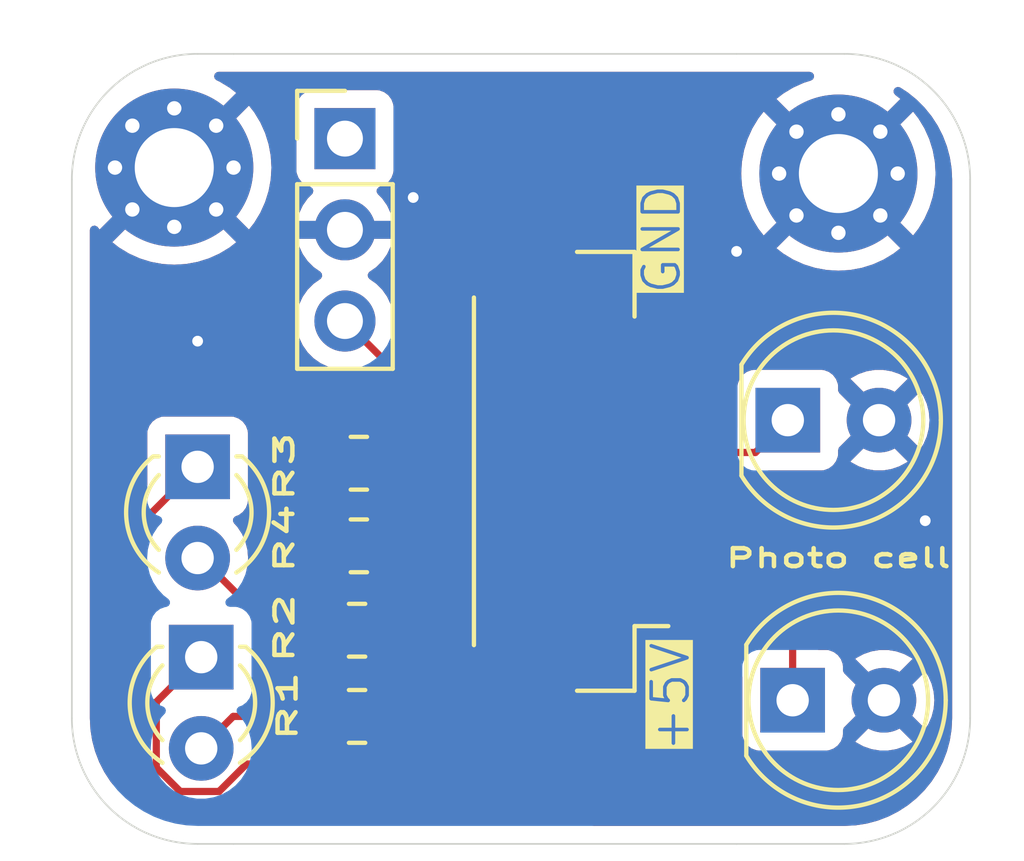
<source format=kicad_pcb>
(kicad_pcb (version 20240108) (generator "pcbnew") (generator_version "8.0")
  (layers (0 "F.Cu" signal) (31 "B.Cu" signal) (34 "B.Paste" user) (35 "F.Paste" user) (36 "B.SilkS" user "B.Silkscreen") (37 "F.SilkS" user "F.Silkscreen") (38 "B.Mask" user) (39 "F.Mask" user) (44 "Edge.Cuts" user))
  (net 0 "")
  (net 1 "Net-(D1-A)")
  (net 2 "DRAIN1")
  (net 3 "DRAIN2")
  (net 4 "Net-(D2-A)")
  (net 5 "GND")
  (net 6 "CH0")
  (net 7 "CH1")
  (net 8 "SWITCH")
  (net 9 "+5V")
  (footprint "LED_THT:LED_D5.0mm_Clear" (layer "F.Cu") (at 115.925 81.7)
    (property "Reference" "Q2" (hide yes))
    (property "Value" "BPW40" (hide yes))
    (fp_line (start -1.29 -1.545) (end -1.29 1.545) (stroke (width 0.12)) (layer "F.SilkS"))
    (fp_arc (start -1.29 -1.54483) (mid 2.072002 -2.880433) (end 4.26 0.000462) (stroke (width 0.12)) (layer "F.SilkS"))
    (fp_arc (start 4.26 -0.000462) (mid 2.072002 2.880433) (end -1.29 1.54483) (stroke (width 0.12)) (layer "F.SilkS"))
    (fp_circle (center 1.27 0) (end 3.77 0) (stroke (width 0.12)) (fill none) (layer "F.SilkS"))
    (pad "1" thru_hole rect (at 0 0) (size 1.8 1.8) (drill 0.9) (layers "*.Cu" "*.Mask") (net 7 "CH1"))
    (pad "2" thru_hole circle (at 2.54 0) (size 1.8 1.8) (drill 0.9) (layers "*.Cu" "*.Mask") (net 5 "GND"))
  )
  (footprint "Resistor_SMD:R_0805_2012Metric" (layer "F.Cu") (at 103.9375 89.95)
    (property "Reference" "R1" (at -1.9375 -0.283513 90) (layer "F.SilkS") (effects (font (size 0.5 1) (thickness 0.125))))
    (property "Value" "R" (hide yes))
    (fp_line (start -0.227064 -0.735) (end 0.227064 -0.735) (stroke (width 0.12)) (layer "F.SilkS"))
    (fp_line (start -0.227064 0.735) (end 0.227064 0.735) (stroke (width 0.12)) (layer "F.SilkS"))
    (pad "1" smd roundrect (at -0.9125 0) (size 1.025 1.4) (layers "F.Cu" "F.Paste" "F.Mask") (roundrect_rratio 0.243902) (net 1 "Net-(D1-A)"))
    (pad "2" smd roundrect (at 0.9125 0) (size 1.025 1.4) (layers "F.Cu" "F.Paste" "F.Mask") (roundrect_rratio 0.243902) (net 9 "+5V"))
  )
  (footprint "Resistor_SMD:R_0805_2012Metric" (layer "F.Cu") (at 103.9875 85.2)
    (property "Reference" "R4" (at -2.075159 -0.2 90) (layer "F.SilkS") (effects (font (size 0.5 1) (thickness 0.125))))
    (property "Value" "R" (hide yes))
    (fp_line (start -0.227064 -0.735) (end 0.227064 -0.735) (stroke (width 0.12)) (layer "F.SilkS"))
    (fp_line (start -0.227064 0.735) (end 0.227064 0.735) (stroke (width 0.12)) (layer "F.SilkS"))
    (pad "1" smd roundrect (at -0.9125 0) (size 1.025 1.4) (layers "F.Cu" "F.Paste" "F.Mask") (roundrect_rratio 0.243902) (net 7 "CH1"))
    (pad "2" smd roundrect (at 0.9125 0) (size 1.025 1.4) (layers "F.Cu" "F.Paste" "F.Mask") (roundrect_rratio 0.243902) (net 9 "+5V"))
  )
  (footprint "MountingHole:MountingHole_2.2mm_M2_Pad_Via" (layer "F.Cu") (at 98.85 74.666726)
    (property "Reference" "H1" (hide yes))
    (property "Value" "M1" (hide yes))
    (pad "1" thru_hole circle (at -1.65 0) (size 0.7 0.7) (drill 0.4) (layers "*.Cu" "*.Mask") (net 5 "GND"))
    (pad "1" thru_hole circle (at -1.166726 -1.166726) (size 0.7 0.7) (drill 0.4) (layers "*.Cu" "*.Mask") (net 5 "GND"))
    (pad "1" thru_hole circle (at -1.166726 1.166726) (size 0.7 0.7) (drill 0.4) (layers "*.Cu" "*.Mask") (net 5 "GND"))
    (pad "1" thru_hole circle (at 0 -1.65) (size 0.7 0.7) (drill 0.4) (layers "*.Cu" "*.Mask") (net 5 "GND"))
    (pad "1" thru_hole circle (at 0 0) (size 4.4 4.4) (drill 2.2) (layers "*.Cu" "*.Mask") (net 5 "GND"))
    (pad "1" thru_hole circle (at 0 1.65) (size 0.7 0.7) (drill 0.4) (layers "*.Cu" "*.Mask") (net 5 "GND"))
    (pad "1" thru_hole circle (at 1.166726 -1.166726) (size 0.7 0.7) (drill 0.4) (layers "*.Cu" "*.Mask") (net 5 "GND"))
    (pad "1" thru_hole circle (at 1.166726 1.166726) (size 0.7 0.7) (drill 0.4) (layers "*.Cu" "*.Mask") (net 5 "GND"))
    (pad "1" thru_hole circle (at 1.65 0) (size 0.7 0.7) (drill 0.4) (layers "*.Cu" "*.Mask") (net 5 "GND"))
  )
  (footprint "Resistor_SMD:R_0805_2012Metric" (layer "F.Cu") (at 103.9875 82.9)
    (property "Reference" "R3" (at -2.075159 0.1 90) (layer "F.SilkS") (effects (font (size 0.5 1) (thickness 0.125))))
    (property "Value" "R" (hide yes))
    (fp_line (start -0.227064 -0.735) (end 0.227064 -0.735) (stroke (width 0.12)) (layer "F.SilkS"))
    (fp_line (start -0.227064 0.735) (end 0.227064 0.735) (stroke (width 0.12)) (layer "F.SilkS"))
    (pad "1" smd roundrect (at -0.9125 0) (size 1.025 1.4) (layers "F.Cu" "F.Paste" "F.Mask") (roundrect_rratio 0.243902) (net 6 "CH0"))
    (pad "2" smd roundrect (at 0.9125 0) (size 1.025 1.4) (layers "F.Cu" "F.Paste" "F.Mask") (roundrect_rratio 0.243902) (net 9 "+5V"))
  )
  (footprint "Resistor_SMD:R_0805_2012Metric" (layer "F.Cu") (at 103.9375 87.55)
    (property "Reference" "R2" (at -2.025159 -0.05 90) (layer "F.SilkS") (effects (font (size 0.5 1) (thickness 0.125))))
    (property "Value" "R" (hide yes))
    (fp_line (start -0.227064 -0.735) (end 0.227064 -0.735) (stroke (width 0.12)) (layer "F.SilkS"))
    (fp_line (start -0.227064 0.735) (end 0.227064 0.735) (stroke (width 0.12)) (layer "F.SilkS"))
    (pad "1" smd roundrect (at -0.9125 0) (size 1.025 1.4) (layers "F.Cu" "F.Paste" "F.Mask") (roundrect_rratio 0.243902) (net 4 "Net-(D2-A)"))
    (pad "2" smd roundrect (at 0.9125 0) (size 1.025 1.4) (layers "F.Cu" "F.Paste" "F.Mask") (roundrect_rratio 0.243902) (net 9 "+5V"))
  )
  (footprint "MountingHole:MountingHole_2.2mm_M2_Pad_Via" (layer "F.Cu") (at 117.333274 74.833274)
    (property "Reference" "H2" (hide yes))
    (property "Value" "M2" (hide yes))
    (pad "1" thru_hole circle (at -1.65 0) (size 0.7 0.7) (drill 0.4) (layers "*.Cu" "*.Mask") (net 5 "GND"))
    (pad "1" thru_hole circle (at -1.166726 -1.166726) (size 0.7 0.7) (drill 0.4) (layers "*.Cu" "*.Mask") (net 5 "GND"))
    (pad "1" thru_hole circle (at -1.166726 1.166726) (size 0.7 0.7) (drill 0.4) (layers "*.Cu" "*.Mask") (net 5 "GND"))
    (pad "1" thru_hole circle (at 0 -1.65) (size 0.7 0.7) (drill 0.4) (layers "*.Cu" "*.Mask") (net 5 "GND"))
    (pad "1" thru_hole circle (at 0 0) (size 4.4 4.4) (drill 2.2) (layers "*.Cu" "*.Mask") (net 5 "GND"))
    (pad "1" thru_hole circle (at 0 1.65) (size 0.7 0.7) (drill 0.4) (layers "*.Cu" "*.Mask") (net 5 "GND"))
    (pad "1" thru_hole circle (at 1.166726 -1.166726) (size 0.7 0.7) (drill 0.4) (layers "*.Cu" "*.Mask") (net 5 "GND"))
    (pad "1" thru_hole circle (at 1.166726 1.166726) (size 0.7 0.7) (drill 0.4) (layers "*.Cu" "*.Mask") (net 5 "GND"))
    (pad "1" thru_hole circle (at 1.65 0) (size 0.7 0.7) (drill 0.4) (layers "*.Cu" "*.Mask") (net 5 "GND"))
  )
  (footprint "LED_THT:LED_D3.0mm_Clear" (layer "F.Cu") (at 99.6 88.3 -90)
    (property "Reference" "D1" (hide yes))
    (property "Value" "LED")
    (fp_line (start -0.29 1.08) (end -0.29 1.236) (stroke (width 0.12)) (layer "F.SilkS"))
    (fp_line (start -0.29 -1.236) (end -0.29 -1.08) (stroke (width 0.12)) (layer "F.SilkS"))
    (fp_arc (start 2.31113 1.079837) (mid 1.270117 1.5) (end 0.229039 1.08) (stroke (width 0.12)) (layer "F.SilkS"))
    (fp_arc (start 2.942335 1.078608) (mid 1.366487 1.987659) (end -0.29 1.235516) (stroke (width 0.12)) (layer "F.SilkS"))
    (fp_arc (start 0.229039 -1.08) (mid 1.270117 -1.5) (end 2.31113 -1.079837) (stroke (width 0.12)) (layer "F.SilkS"))
    (fp_arc (start -0.29 -1.235516) (mid 1.366487 -1.987659) (end 2.942335 -1.078608) (stroke (width 0.12)) (layer "F.SilkS"))
    (pad "1" thru_hole rect (at 0 0 270) (size 1.8 1.8) (drill 0.9) (layers "*.Cu" "*.Mask") (net 2 "DRAIN1"))
    (pad "2" thru_hole circle (at 2.54 0 270) (size 1.8 1.8) (drill 0.9) (layers "*.Cu" "*.Mask") (net 1 "Net-(D1-A)"))
  )
  (footprint "LED_THT:LED_D3.0mm_Clear" (layer "F.Cu") (at 99.5 83 -90)
    (property "Reference" "D2" (hide yes))
    (property "Value" "IR")
    (fp_line (start -0.29 1.08) (end -0.29 1.236) (stroke (width 0.12)) (layer "F.SilkS"))
    (fp_line (start -0.29 -1.236) (end -0.29 -1.08) (stroke (width 0.12)) (layer "F.SilkS"))
    (fp_arc (start 2.31113 1.079837) (mid 1.270117 1.5) (end 0.229039 1.08) (stroke (width 0.12)) (layer "F.SilkS"))
    (fp_arc (start 2.942335 1.078608) (mid 1.366487 1.987659) (end -0.29 1.235516) (stroke (width 0.12)) (layer "F.SilkS"))
    (fp_arc (start 0.229039 -1.08) (mid 1.270117 -1.5) (end 2.31113 -1.079837) (stroke (width 0.12)) (layer "F.SilkS"))
    (fp_arc (start -0.29 -1.235516) (mid 1.366487 -1.987659) (end 2.942335 -1.078608) (stroke (width 0.12)) (layer "F.SilkS"))
    (pad "1" thru_hole rect (at 0 0 270) (size 1.8 1.8) (drill 0.9) (layers "*.Cu" "*.Mask") (net 3 "DRAIN2"))
    (pad "2" thru_hole circle (at 2.54 0 270) (size 1.8 1.8) (drill 0.9) (layers "*.Cu" "*.Mask") (net 4 "Net-(D2-A)"))
  )
  (footprint "Connector_JST:JST_GH_BM07B-GHS-TBT_1x07-1MP_P1.25mm_Vertical" (layer "F.Cu") (at 109.8 83.125 90)
    (property "Reference" "J1" (hide yes))
    (property "Value" "Conn_01x07_Pin" (hide yes))
    (fp_line (start -4.84 -2.61) (end 4.84 -2.61) (stroke (width 0.12)) (layer "F.SilkS"))
    (fp_line (start 6.11 0.26) (end 6.11 1.86) (stroke (width 0.12)) (layer "F.SilkS"))
    (fp_line (start -6.11 0.26) (end -6.11 1.86) (stroke (width 0.12)) (layer "F.SilkS"))
    (fp_line (start 6.11 1.86) (end 4.31 1.86) (stroke (width 0.12)) (layer "F.SilkS"))
    (fp_line (start -4.31 1.86) (end -4.31 2.8) (stroke (width 0.12)) (layer "F.SilkS"))
    (fp_line (start -6.11 1.86) (end -4.31 1.86) (stroke (width 0.12)) (layer "F.SilkS"))
    (pad "1" smd roundrect (at -3.75 1.95 90) (size 0.6 1.7) (layers "F.Cu" "F.Paste" "F.Mask") (net 9 "+5V"))
    (pad "2" smd roundrect (at -2.5 1.95 90) (size 0.6 1.7) (layers "F.Cu" "F.Paste" "F.Mask") (net 2 "DRAIN1"))
    (pad "3" smd roundrect (at -1.25 1.95 90) (size 0.6 1.7) (layers "F.Cu" "F.Paste" "F.Mask") (net 3 "DRAIN2"))
    (pad "4" smd roundrect (at 0 1.95 90) (size 0.6 1.7) (layers "F.Cu" "F.Paste" "F.Mask") (net 6 "CH0"))
    (pad "5" smd roundrect (at 1.25 1.95 90) (size 0.6 1.7) (layers "F.Cu" "F.Paste" "F.Mask") (net 7 "CH1"))
    (pad "6" smd roundrect (at 2.5 1.95 90) (size 0.6 1.7) (layers "F.Cu" "F.Paste" "F.Mask") (net 8 "SWITCH"))
    (pad "7" smd roundrect (at 3.75 1.95 90) (size 0.6 1.7) (layers "F.Cu" "F.Paste" "F.Mask") (net 5 "GND"))
    (pad "MP" smd roundrect (at -5.6 -1.4 90) (size 1 2.8) (layers "F.Cu" "F.Paste" "F.Mask"))
    (pad "MP" smd roundrect (at 5.6 -1.4 90) (size 1 2.8) (layers "F.Cu" "F.Paste" "F.Mask"))
  )
  (footprint "Connector_PinHeader_2.54mm:PinHeader_1x03_P2.54mm_Vertical" (layer "F.Cu") (at 103.6 73.86)
    (property "Reference" "SW1" (hide yes))
    (property "Value" "SW_Nidec_CAS-120A1" (hide yes))
    (fp_line (start -1.33 -1.33) (end 0 -1.33) (stroke (width 0.12)) (layer "F.SilkS"))
    (fp_line (start -1.33 0) (end -1.33 -1.33) (stroke (width 0.12)) (layer "F.SilkS"))
    (fp_line (start -1.33 1.27) (end -1.33 6.41) (stroke (width 0.12)) (layer "F.SilkS"))
    (fp_line (start -1.33 1.27) (end 1.33 1.27) (stroke (width 0.12)) (layer "F.SilkS"))
    (fp_line (start -1.33 6.41) (end 1.33 6.41) (stroke (width 0.12)) (layer "F.SilkS"))
    (fp_line (start 1.33 1.27) (end 1.33 6.41) (stroke (width 0.12)) (layer "F.SilkS"))
    (pad "1" thru_hole rect (at 0 0) (size 1.7 1.7) (drill 1) (layers "*.Cu" "*.Mask"))
    (pad "2" thru_hole oval (at 0 2.54) (size 1.7 1.7) (drill 1) (layers "*.Cu" "*.Mask") (net 5 "GND"))
    (pad "3" thru_hole oval (at 0 5.08) (size 1.7 1.7) (drill 1) (layers "*.Cu" "*.Mask") (net 8 "SWITCH"))
  )
  (footprint "LED_THT:LED_D5.0mm_Clear" (layer "F.Cu") (at 116.06 89.5)
    (property "Reference" "Photo cell" (at 1.27 -3.96 0) (layer "F.SilkS") (effects (font (size 0.5 0.8) (thickness 0.125))))
    (property "Value" "BPW40" (hide yes))
    (fp_line (start -1.29 -1.545) (end -1.29 1.545) (stroke (width 0.12)) (layer "F.SilkS"))
    (fp_arc (start -1.29 -1.54483) (mid 2.072002 -2.880433) (end 4.26 0.000462) (stroke (width 0.12)) (layer "F.SilkS"))
    (fp_arc (start 4.26 -0.000462) (mid 2.072002 2.880433) (end -1.29 1.54483) (stroke (width 0.12)) (layer "F.SilkS"))
    (fp_circle (center 1.27 0) (end 3.77 0) (stroke (width 0.12)) (fill none) (layer "F.SilkS"))
    (pad "1" thru_hole rect (at 0 0) (size 1.8 1.8) (drill 0.9) (layers "*.Cu" "*.Mask") (net 6 "CH0"))
    (pad "2" thru_hole circle (at 2.54 0) (size 1.8 1.8) (drill 0.9) (layers "*.Cu" "*.Mask") (net 5 "GND"))
  )
  (gr_line (start 121 90) (end 121 75) (stroke (width 0.05)) (layer "Edge.Cuts"))
  (gr_line (start 100.5 93.5) (end 114.5 93.5) (stroke (width 0.05)) (layer "Edge.Cuts"))
  (gr_line (start 114.5 71.5) (end 117.5 71.5) (stroke (width 0.05)) (layer "Edge.Cuts"))
  (gr_arc (start 99.5 93.5) (mid 97.025126 92.474874) (end 96 90) (stroke (width 0.05)) (layer "Edge.Cuts"))
  (gr_line (start 99.5 71.5) (end 100.5 71.5) (stroke (width 0.05)) (layer "Edge.Cuts"))
  (gr_line (start 99.5 93.5) (end 100.5 93.5) (stroke (width 0.05)) (layer "Edge.Cuts"))
  (gr_arc (start 121 90) (mid 119.974874 92.474874) (end 117.5 93.5) (stroke (width 0.05)) (layer "Edge.Cuts"))
  (gr_arc (start 96 75) (mid 97.025126 72.525126) (end 99.5 71.5) (stroke (width 0.05)) (layer "Edge.Cuts"))
  (gr_arc (start 117.5 71.5) (mid 119.974874 72.525126) (end 121 75) (stroke (width 0.05)) (layer "Edge.Cuts"))
  (gr_line (start 114.5 93.5) (end 117.5 93.5) (stroke (width 0.05)) (layer "Edge.Cuts"))
  (gr_line (start 100.5 71.5) (end 114.5 71.5) (stroke (width 0.05)) (layer "Edge.Cuts"))
  (gr_line (start 96 90) (end 96 75) (stroke (width 0.05)) (layer "Edge.Cuts"))
  (gr_text "GND\n" (at 113 78.25 90) (layer "F.SilkS" knockout) (effects (font (size 1 1) (thickness 0.1)) (justify left bottom)))
  (gr_text "+5V\n" (at 113.25 91 90) (layer "F.SilkS" knockout) (effects (font (size 1 1) (thickness 0.1)) (justify left bottom)))
  (segment (start 100.49 89.95) (end 99.6 90.84) (width 0.2) (layer "F.Cu") (net 1))
  (segment (start 103.025 89.95) (end 100.49 89.95) (width 0.2) (layer "F.Cu") (net 1))
  (segment (start 98.35 89.55) (end 99.6 88.3) (width 0.2) (layer "F.Cu") (net 2))
  (segment (start 112.599999 85.625) (end 112.9 85.925001) (width 0.2) (layer "F.Cu") (net 2))
  (segment (start 112.9 87.5) (end 109.125 91.275) (width 0.2) (layer "F.Cu") (net 2))
  (segment (start 100.862057 91.275) (end 100.097057 92.04) (width 0.2) (layer "F.Cu") (net 2))
  (segment (start 112.9 85.925001) (end 112.9 87.5) (width 0.2) (layer "F.Cu") (net 2))
  (segment (start 98.35 91.375) (end 98.35 89.55) (width 0.2) (layer "F.Cu") (net 2))
  (segment (start 99.015 92.04) (end 98.35 91.375) (width 0.2) (layer "F.Cu") (net 2))
  (segment (start 100.097057 92.04) (end 99.015 92.04) (width 0.2) (layer "F.Cu") (net 2))
  (segment (start 109.125 91.275) (end 100.862057 91.275) (width 0.2) (layer "F.Cu") (net 2))
  (segment (start 111.75 85.625) (end 112.599999 85.625) (width 0.2) (layer "F.Cu") (net 2))
  (segment (start 100.2 87.7) (end 99.6 88.3) (width 0.2) (layer "B.Cu") (net 2))
  (segment (start 109.775 92.6) (end 98.85 92.6) (width 0.2) (layer "F.Cu") (net 3))
  (segment (start 97.95 84.55) (end 99.5 83) (width 0.2) (layer "F.Cu") (net 3))
  (segment (start 114.1 86.484448) (end 114.1 88.275) (width 0.2) (layer "F.Cu") (net 3))
  (segment (start 111.990552 84.375) (end 114.1 86.484448) (width 0.2) (layer "F.Cu") (net 3))
  (segment (start 97.95 91.7) (end 97.95 84.55) (width 0.2) (layer "F.Cu") (net 3))
  (segment (start 114.1 88.275) (end 109.775 92.6) (width 0.2) (layer "F.Cu") (net 3))
  (segment (start 111.75 84.375) (end 111.990552 84.375) (width 0.2) (layer "F.Cu") (net 3))
  (segment (start 98.85 92.6) (end 97.95 91.7) (width 0.2) (layer "F.Cu") (net 3))
  (segment (start 101.61 87.55) (end 103.025 87.55) (width 0.2) (layer "F.Cu") (net 4))
  (segment (start 101.61 87.55) (end 99.6 85.54) (width 0.2) (layer "F.Cu") (net 4))
  (via (at 105.5 75.5) (size 0.6) (drill 0.3) (layers "F.Cu" "B.Cu") (net 5))
  (via (at 99.5 79.5) (size 0.6) (drill 0.3) (layers "F.Cu" "B.Cu") (net 5))
  (via (at 119.75 84.5) (size 0.6) (drill 0.3) (layers "F.Cu" "B.Cu") (net 5))
  (via (at 114.5 77) (size 0.6) (drill 0.3) (layers "F.Cu" "B.Cu") (net 5))
  (segment (start 109.275 81.9) (end 110.5 83.125) (width 0.2) (layer "F.Cu") (net 6))
  (segment (start 112.599999 83.125) (end 111.75 83.125) (width 0.2) (layer "F.Cu") (net 6))
  (segment (start 116.06 89.5) (end 116.06 86.585001) (width 0.2) (layer "F.Cu") (net 6))
  (segment (start 110.5 83.125) (end 111.75 83.125) (width 0.2) (layer "F.Cu") (net 6))
  (segment (start 103.075 82.9) (end 104.075 81.9) (width 0.2) (layer "F.Cu") (net 6))
  (segment (start 116.06 86.585001) (end 112.599999 83.125) (width 0.2) (layer "F.Cu") (net 6))
  (segment (start 104.075 81.9) (end 109.275 81.9) (width 0.2) (layer "F.Cu") (net 6))
  (segment (start 102.2625 82.55) (end 102.2625 82.1375) (width 0.2) (layer "F.Cu") (net 7))
  (segment (start 112.026471 81.875) (end 112.751471 82.6) (width 0.2) (layer "F.Cu") (net 7))
  (segment (start 111.75 81.875) (end 112.026471 81.875) (width 0.2) (layer "F.Cu") (net 7))
  (segment (start 115.025 82.6) (end 115.925 81.7) (width 0.2) (layer "F.Cu") (net 7))
  (segment (start 102.977756 81.5) (end 111.375 81.5) (width 0.2) (layer "F.Cu") (net 7))
  (segment (start 102.2625 82.55) (end 102.2625 82.215256) (width 0.2) (layer "F.Cu") (net 7))
  (segment (start 102.2625 84.3875) (end 102.2625 82.55) (width 0.2) (layer "F.Cu") (net 7))
  (segment (start 103.075 85.2) (end 102.2625 84.3875) (width 0.2) (layer "F.Cu") (net 7))
  (segment (start 111.375 81.5) (end 111.75 81.875) (width 0.2) (layer "F.Cu") (net 7))
  (segment (start 102.2625 82.215256) (end 102.977756 81.5) (width 0.2) (layer "F.Cu") (net 7))
  (segment (start 112.751471 82.6) (end 115.025 82.6) (width 0.2) (layer "F.Cu") (net 7))
  (segment (start 115.325 81.1) (end 115.925 81.7) (width 0.2) (layer "F.Cu") (net 7))
  (segment (start 105.285 80.625) (end 111.75 80.625) (width 0.2) (layer "F.Cu") (net 8))
  (segment (start 103.6 78.94) (end 105.285 80.625) (width 0.2) (layer "F.Cu") (net 8))
  (segment (start 109.571878 89.95) (end 104.85 89.95) (width 0.5) (layer "F.Cu") (net 9))
  (segment (start 105.1 90.2) (end 104.85 89.95) (width 0.5) (layer "F.Cu") (net 9))
  (segment (start 104.85 87.55) (end 104.85 89.95) (width 0.5) (layer "F.Cu") (net 9))
  (segment (start 111.75 86.875) (end 111.75 87.771878) (width 0.5) (layer "F.Cu") (net 9))
  (segment (start 104.9 82.9) (end 104.9 85.2) (width 0.5) (layer "F.Cu") (net 9))
  (segment (start 104.9 85.2) (end 104.9 87.5) (width 0.5) (layer "F.Cu") (net 9))
  (segment (start 104.9 87.5) (end 104.85 87.55) (width 0.5) (layer "F.Cu") (net 9))
  (segment (start 111.75 87.771878) (end 109.571878 89.95) (width 0.5) (layer "F.Cu") (net 9))
  (zone (net 5) (net_name "GND") (layers "F&B.Cu") (connect_pads (clearance 0.5)) (min_thickness 0.25) (fill yes (thermal_gap 0.5) (thermal_bridge_width 0.5))
    (polygon (pts (xy 95 70) (xy 122.5 70.25) (xy 122.5 94) (xy 94 93.75)))
  )
)
</source>
